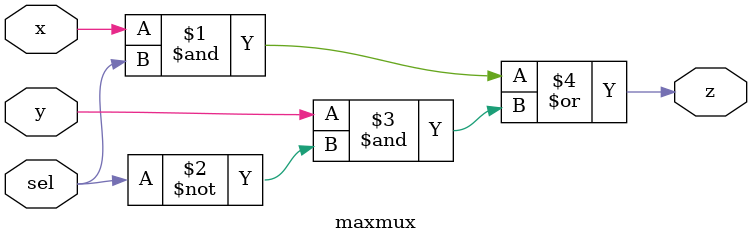
<source format=v>
module maxmux(x,y,sel,z);
	input x;
	input y;
	input sel;
	output z;
	
	//Multiplexer used to find max number
	assign z = (x & sel) | (y & ~sel);
endmodule 
</source>
